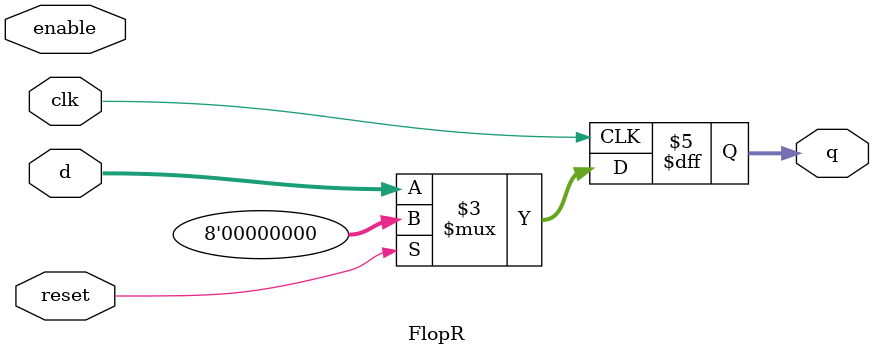
<source format=sv>
`timescale 1ns / 1ps

module FlopR #(parameter WIDTH=8)(
    input logic clk, reset, enable,
    input logic [WIDTH-1:0] d,
    output logic [WIDTH-1:0] q);
    
    always_ff @(posedge clk)
        if (reset)
            q <= 0;
        else
            q <= d;
    
endmodule

</source>
